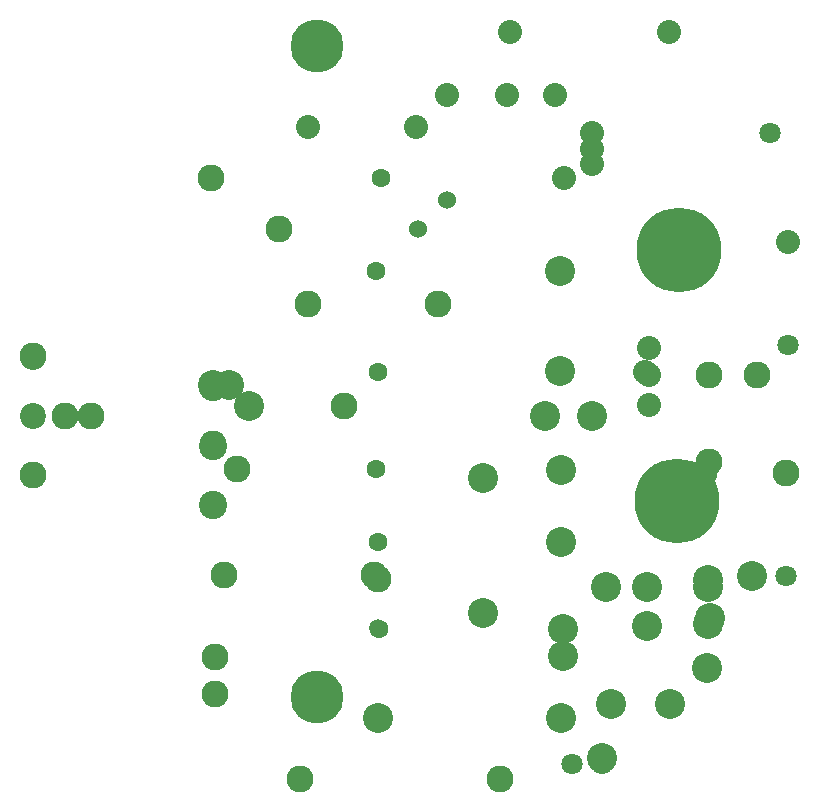
<source format=gbr>
%TF.GenerationSoftware,KiCad,Pcbnew,8.0.0*%
%TF.CreationDate,2024-09-27T00:56:10-04:00*%
%TF.ProjectId,untitled,756e7469-746c-4656-942e-6b696361645f,rev?*%
%TF.SameCoordinates,Original*%
%TF.FileFunction,Copper,L2,Bot*%
%TF.FilePolarity,Positive*%
%FSLAX46Y46*%
G04 Gerber Fmt 4.6, Leading zero omitted, Abs format (unit mm)*
G04 Created by KiCad (PCBNEW 8.0.0) date 2024-09-27 00:56:10*
%MOMM*%
%LPD*%
G01*
G04 APERTURE LIST*
%TA.AperFunction,ViaPad*%
%ADD10C,1.800010*%
%TD*%
%TA.AperFunction,ViaPad*%
%ADD11C,1.134020*%
%TD*%
%TA.AperFunction,ViaPad*%
%ADD12C,7.180540*%
%TD*%
%TA.AperFunction,ViaPad*%
%ADD13C,1.600010*%
%TD*%
%TA.AperFunction,ViaPad*%
%ADD14C,4.500010*%
%TD*%
%TA.AperFunction,ViaPad*%
%ADD15C,2.200010*%
%TD*%
%TA.AperFunction,ViaPad*%
%ADD16C,2.400010*%
%TD*%
%TA.AperFunction,ViaPad*%
%ADD17C,2.286010*%
%TD*%
%TA.AperFunction,ViaPad*%
%ADD18C,2.540010*%
%TD*%
%TA.AperFunction,ViaPad*%
%ADD19C,2.032010*%
%TD*%
%TA.AperFunction,ViaPad*%
%ADD20C,1.524010*%
%TD*%
%TA.AperFunction,ViaPad*%
%ADD21C,1.498610*%
%TD*%
G04 APERTURE END LIST*
D10*
%TO.N,*%
X68200975Y34940000D03*
X68200975Y26240000D03*
X68327975Y54498000D03*
X68327975Y45798000D03*
D11*
X56598225Y43189310D03*
X61678225Y43189310D03*
D12*
X59138225Y53760790D03*
D11*
X56390055Y22002310D03*
X61470055Y22002310D03*
D12*
X58930055Y32573790D03*
D13*
X49154025Y14207000D03*
X33653925Y14207000D03*
X49281025Y21700000D03*
X33780925Y21700000D03*
X49027025Y35289000D03*
X33526925Y35289000D03*
X33653925Y29066000D03*
X49154025Y29066000D03*
X49122325Y43487990D03*
X33622225Y43487990D03*
X33526925Y52053000D03*
X49027025Y52053000D03*
D10*
X44538335Y66912000D03*
X39539615Y66912000D03*
X27687975Y64252110D03*
X27687975Y49251890D03*
X66811085Y63737000D03*
X51810865Y63737000D03*
D13*
X49408025Y59927000D03*
X33907925Y59927000D03*
D14*
X28513095Y71111890D03*
X28513095Y15972170D03*
D10*
X50039975Y10270000D03*
X52579975Y10270000D03*
D15*
X4446975Y44714000D03*
X4446975Y39714010D03*
X4446975Y34713990D03*
D16*
X19686975Y32214000D03*
X19686975Y37213990D03*
X19686975Y42214010D03*
D17*
X30757235Y40623000D03*
D18*
X56389975Y25256000D03*
X56390055Y22002310D03*
D19*
X56598225Y45530250D03*
X56598225Y43189310D03*
X56598225Y40668750D03*
X49122325Y43487990D03*
X56299555Y43487990D03*
X56598225Y43189310D03*
D18*
X49027025Y52053000D03*
X49027025Y43583290D03*
D19*
X49408025Y59927000D03*
X51810865Y61088160D03*
X51810865Y63737000D03*
X51810865Y62329840D03*
X44538335Y66912000D03*
X48635865Y66912000D03*
X27687975Y64252110D03*
X36879725Y64252110D03*
D20*
X39539615Y58065690D03*
D17*
X27687975Y49251890D03*
X38732915Y49251890D03*
D20*
X61723975Y21748390D03*
D19*
X68327975Y54498000D03*
X59875435Y54498000D03*
X39539615Y66912000D03*
X44873615Y72246000D03*
X58302085Y72246000D03*
D21*
X33653925Y21827000D03*
D18*
X49154025Y29066000D03*
X49154025Y35162000D03*
X49154025Y29066000D03*
X52964025Y25256000D03*
D17*
X68200975Y34940000D03*
X61296265Y34940000D03*
X60072975Y34273000D03*
X61678225Y35878250D03*
X61678225Y43189310D03*
X65719295Y43189310D03*
D18*
X49281025Y21700000D03*
X49281025Y19410950D03*
X53341975Y15350000D03*
X58409845Y15350000D03*
D19*
X61723975Y22639570D03*
D18*
X65324405Y26240000D03*
X61723975Y22639570D03*
X61470055Y18410210D03*
D19*
X61596975Y25256000D03*
D18*
X33653925Y14207000D03*
X51769845Y39734000D03*
X42546975Y23100050D03*
X42546975Y34527000D03*
X47753975Y39734000D03*
X49154025Y14207000D03*
X52579975Y10781050D03*
X19686975Y42341010D03*
X21016965Y42341010D03*
D17*
X4446975Y44841000D03*
X19532975Y59927000D03*
X33653925Y25950930D03*
D21*
X33653925Y29066000D03*
X33653925Y25950930D03*
D17*
X19686975Y37340990D03*
X21738965Y35289000D03*
D18*
X22734975Y40623000D03*
D17*
X33332855Y26272000D03*
X20575975Y26272000D03*
X7133965Y39714010D03*
X4446975Y34713990D03*
X19813975Y19346990D03*
X19813975Y16239000D03*
X43947025Y9000000D03*
X27052975Y9000000D03*
X25244355Y55578380D03*
X7133965Y39714010D03*
D20*
X33526925Y52053000D03*
X37052315Y55578380D03*
D17*
X9379985Y39714010D03*
D18*
X61596975Y22129230D03*
X61596975Y25891000D03*
X61596975Y25256000D03*
%TD*%
M02*

</source>
